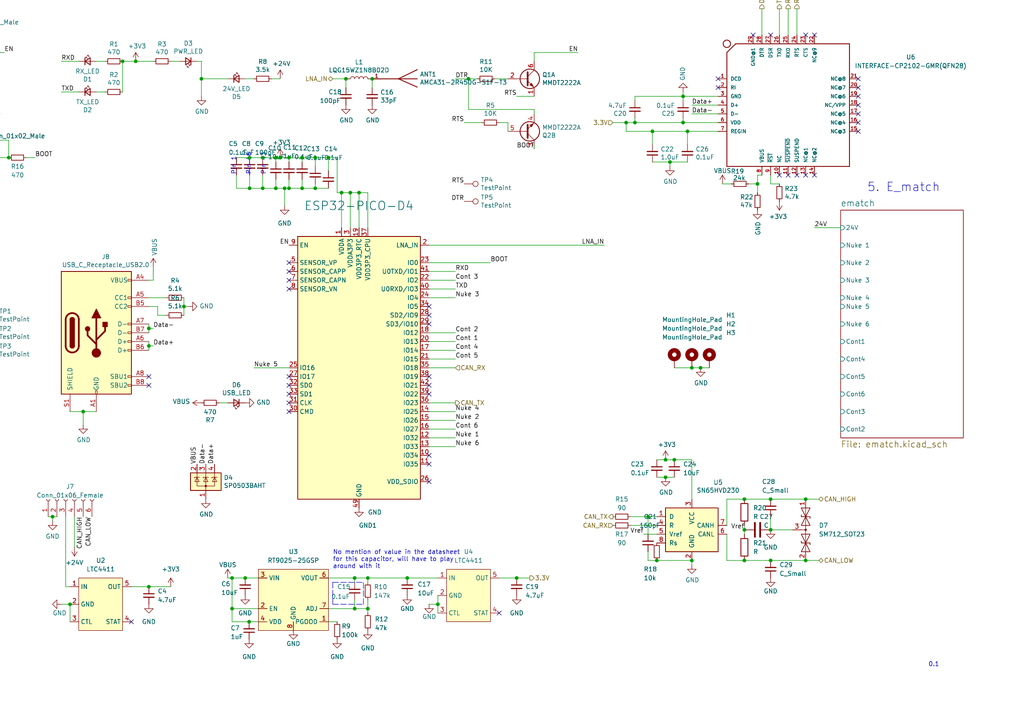
<source format=kicad_sch>
(kicad_sch (version 20211123) (generator eeschema)
  (paper "A4")
  (lib_symbols
    (symbol "Connector:Conn_01x02_Male" (pin_names (offset 1.016) hide)
      (property "Reference" "J" (at 0 2.54 0))
      (property "Value" "Conn_01x02_Male" (at 0 -5.08 0))
      (symbol "Conn_01x02_Male_1_1"
        (pin passive line (at 5.08 0 180) (length 3.81) (name "Pin_1") (number "1"))
        (pin passive line (at 5.08 -2.54 180) (length 3.81) (name "Pin_2") (number "2"))
      )
    )
    (symbol "Connector:Conn_01x06_Female" (pin_names (offset 1.016) hide)
      (property "Reference" "J" (at 0 7.62 0))
      (property "Value" "Conn_01x06_Female" (at 0 -10.16 0))
      (symbol "Conn_01x06_Female_1_1"
        (pin passive line (at -5.08 5.08 0) (length 3.81) (name "Pin_1") (number "1"))
        (pin passive line (at -5.08 2.54 0) (length 3.81) (name "Pin_2") (number "2"))
        (pin passive line (at -5.08 0 0) (length 3.81) (name "Pin_3") (number "3"))
        (pin passive line (at -5.08 -2.54 0) (length 3.81) (name "Pin_4") (number "4"))
        (pin passive line (at -5.08 -5.08 0) (length 3.81) (name "Pin_5") (number "5"))
        (pin passive line (at -5.08 -7.62 0) (length 3.81) (name "Pin_6") (number "6"))
      )
    )
    (symbol "Connector:TestPoint" (pin_numbers hide) (pin_names (offset 0.762) hide)
      (property "Reference" "TP" (at 0 6.858 0))
      (property "Value" "TestPoint" (at 0 5.08 0))
      (symbol "TestPoint_1_1"
        (pin passive line (at 0 0 90) (length 2.54) (name "1") (number "1"))
      )
    )
    (symbol "Connector:USB_C_Receptacle_USB2.0" (pin_names (offset 1.016))
      (property "Reference" "J" (at -10.16 19.05 0))
      (property "Value" "USB_C_Receptacle_USB2.0" (at 19.05 19.05 0))
      (symbol "USB_C_Receptacle_USB2.0_1_1"
        (pin passive line (at 0 -22.86 90) (length 5.08) (name "GND") (number "A1"))
        (pin passive line (at 0 -22.86 90) (length 5.08) hide (name "GND") (number "A12"))
        (pin passive line (at 15.24 15.24 180) (length 5.08) (name "VBUS") (number "A4"))
        (pin bidirectional line (at 15.24 10.16 180) (length 5.08) (name "CC1") (number "A5"))
        (pin bidirectional line (at 15.24 -2.54 180) (length 5.08) (name "D+") (number "A6"))
        (pin bidirectional line (at 15.24 2.54 180) (length 5.08) (name "D-") (number "A7"))
        (pin bidirectional line (at 15.24 -12.7 180) (length 5.08) (name "SBU1") (number "A8"))
        (pin passive line (at 15.24 15.24 180) (length 5.08) hide (name "VBUS") (number "A9"))
        (pin passive line (at 0 -22.86 90) (length 5.08) hide (name "GND") (number "B1"))
        (pin passive line (at 0 -22.86 90) (length 5.08) hide (name "GND") (number "B12"))
        (pin passive line (at 15.24 15.24 180) (length 5.08) hide (name "VBUS") (number "B4"))
        (pin bidirectional line (at 15.24 7.62 180) (length 5.08) (name "CC2") (number "B5"))
        (pin bidirectional line (at 15.24 -5.08 180) (length 5.08) (name "D+") (number "B6"))
        (pin bidirectional line (at 15.24 0 180) (length 5.08) (name "D-") (number "B7"))
        (pin bidirectional line (at 15.24 -15.24 180) (length 5.08) (name "SBU2") (number "B8"))
        (pin passive line (at 15.24 15.24 180) (length 5.08) hide (name "VBUS") (number "B9"))
        (pin passive line (at -7.62 -22.86 90) (length 5.08) (name "SHIELD") (number "S1"))
      )
    )
    (symbol "Device:C" (pin_numbers hide) (pin_names (offset 0.254))
      (property "Reference" "C" (at 0.635 2.54 0))
      (property "Value" "C" (at 0.635 -2.54 0))
      (symbol "C_1_1"
        (pin passive line (at 0 3.81 270) (length 2.794) (name "~") (number "1"))
        (pin passive line (at 0 -3.81 90) (length 2.794) (name "~") (number "2"))
      )
    )
    (symbol "Device:C_Small" (pin_numbers hide) (pin_names (offset 0.254) hide)
      (property "Reference" "C" (at 0.254 1.778 0))
      (property "Value" "C_Small" (at 0.254 -2.032 0))
      (symbol "C_Small_1_1"
        (pin passive line (at 0 2.54 270) (length 2.032) (name "~") (number "1"))
        (pin passive line (at 0 -2.54 90) (length 2.032) (name "~") (number "2"))
      )
    )
    (symbol "Device:L" (pin_numbers hide) (pin_names (offset 1.016) hide)
      (property "Reference" "L" (at -1.27 0 90))
      (property "Value" "L" (at 1.905 0 90))
      (symbol "L_1_1"
        (pin passive line (at 0 3.81 270) (length 1.27) (name "1") (number "1"))
        (pin passive line (at 0 -3.81 90) (length 1.27) (name "2") (number "2"))
      )
    )
    (symbol "Device:LED_Small" (pin_numbers hide) (pin_names (offset 0.254) hide)
      (property "Reference" "D" (at -1.27 3.175 0))
      (property "Value" "LED_Small" (at -4.445 -2.54 0))
      (symbol "LED_Small_1_1"
        (pin passive line (at -2.54 0 0) (length 1.778) (name "K") (number "1"))
        (pin passive line (at 2.54 0 180) (length 1.778) (name "A") (number "2"))
      )
    )
    (symbol "Device:R" (pin_numbers hide) (pin_names (offset 0))
      (property "Reference" "R" (at 2.032 0 90))
      (property "Value" "R" (at 0 0 90))
      (symbol "R_1_1"
        (pin passive line (at 0 3.81 270) (length 1.27) (name "~") (number "1"))
        (pin passive line (at 0 -3.81 90) (length 1.27) (name "~") (number "2"))
      )
    )
    (symbol "Device:R_Small" (pin_numbers hide) (pin_names (offset 0.254) hide)
      (property "Reference" "R" (at 0.762 0.508 0))
      (property "Value" "R_Small" (at 0.762 -1.016 0))
      (symbol "R_Small_1_1"
        (pin passive line (at 0 2.54 270) (length 0.762) (name "~") (number "1"))
        (pin passive line (at 0 -2.54 90) (length 0.762) (name "~") (number "2"))
      )
    )
    (symbol "Diode:SM712_SOT23" (pin_names (offset 1.016) hide)
      (property "Reference" "D" (at 0 4.445 0))
      (property "Value" "SM712_SOT23" (at 0 2.54 0))
      (symbol "SM712_SOT23_1_1"
        (pin passive line (at -8.89 0 0) (length 2.54) (name "A1") (number "1"))
        (pin passive line (at 8.89 0 180) (length 2.54) (name "A2") (number "2"))
        (pin input line (at 0 -3.81 90) (length 2.54) (name "common") (number "3"))
      )
    )
    (symbol "Interface_CAN_LIN:SN65HVD230" (pin_names (offset 1.016))
      (property "Reference" "U" (at -2.54 10.16 0))
      (property "Value" "SN65HVD230" (at -2.54 7.62 0))
      (symbol "SN65HVD230_1_1"
        (pin input line (at -10.16 2.54 0) (length 2.54) (name "D") (number "1"))
        (pin power_in line (at 0 -10.16 90) (length 2.54) (name "GND") (number "2"))
        (pin power_in line (at 0 7.62 270) (length 2.54) (name "VCC") (number "3"))
        (pin output line (at -10.16 0 0) (length 2.54) (name "R") (number "4"))
        (pin output line (at -10.16 -2.54 0) (length 2.54) (name "Vref") (number "5"))
        (pin bidirectional line (at 10.16 -2.54 180) (length 2.54) (name "CANL") (number "6"))
        (pin bidirectional line (at 10.16 0 180) (length 2.54) (name "CANH") (number "7"))
        (pin input line (at -10.16 -5.08 0) (length 2.54) (name "Rs") (number "8"))
      )
    )
    (symbol "Mechanical:MountingHole_Pad" (pin_numbers hide) (pin_names (offset 1.016) hide)
      (property "Reference" "H" (at 0 6.35 0))
      (property "Value" "MountingHole_Pad" (at 0 4.445 0))
      (symbol "MountingHole_Pad_1_1"
        (pin input line (at 0 -2.54 90) (length 2.54) (name "1") (number "1"))
      )
    )
    (symbol "Power_Protection:SP0503BAHT" (pin_names hide)
      (property "Reference" "D" (at 5.715 2.54 0))
      (property "Value" "SP0503BAHT" (at 5.715 0.635 0))
      (symbol "SP0503BAHT_0_0"
        (pin passive line (at 0 -5.08 90) (length 2.54) (name "A") (number "1"))
      )
      (symbol "SP0503BAHT_1_1"
        (pin passive line (at -2.54 5.08 270) (length 2.54) (name "K") (number "2"))
        (pin passive line (at 0 5.08 270) (length 2.54) (name "K") (number "3"))
        (pin passive line (at 2.54 5.08 270) (length 2.54) (name "K") (number "4"))
      )
    )
    (symbol "RF_Module:ESP32-PICO-D4"
      (property "Reference" "U" (at -17.78 39.37 0))
      (property "Value" "ESP32-PICO-D4" (at 3.81 39.37 0))
      (symbol "ESP32-PICO-D4_0_0"
        (pin power_in line (at -5.08 40.64 270) (length 2.54) (name "VDDA") (number "1"))
        (pin input line (at 20.32 -25.4 180) (length 2.54) (name "IO34") (number "10"))
        (pin input line (at 20.32 -27.94 180) (length 2.54) (name "IO35") (number "11"))
        (pin bidirectional line (at 20.32 -20.32 180) (length 2.54) (name "IO32") (number "12"))
        (pin bidirectional line (at 20.32 -22.86 180) (length 2.54) (name "IO33") (number "13"))
        (pin bidirectional line (at 20.32 -12.7 180) (length 2.54) (name "IO25") (number "14"))
        (pin bidirectional line (at 20.32 -15.24 180) (length 2.54) (name "IO26") (number "15"))
        (pin bidirectional line (at 20.32 -17.78 180) (length 2.54) (name "IO27") (number "16"))
        (pin bidirectional line (at 20.32 5.08 180) (length 2.54) (name "IO14") (number "17"))
        (pin bidirectional line (at 20.32 10.16 180) (length 2.54) (name "IO12") (number "18"))
        (pin power_in line (at 0 40.64 270) (length 2.54) (name "VDD3P3_RTC") (number "19"))
        (pin bidirectional line (at 20.32 35.56 180) (length 2.54) (name "LNA_IN") (number "2"))
        (pin bidirectional line (at 20.32 7.62 180) (length 2.54) (name "IO13") (number "20"))
        (pin bidirectional line (at 20.32 2.54 180) (length 2.54) (name "IO15") (number "21"))
        (pin bidirectional line (at 20.32 25.4 180) (length 2.54) (name "IO2") (number "22"))
        (pin bidirectional line (at 20.32 30.48 180) (length 2.54) (name "IO0") (number "23"))
        (pin bidirectional line (at 20.32 20.32 180) (length 2.54) (name "IO4") (number "24"))
        (pin bidirectional line (at -20.32 0 0) (length 2.54) (name "IO16") (number "25"))
        (pin power_out line (at 20.32 -33.02 180) (length 2.54) (name "VDD_SDIO") (number "26"))
        (pin bidirectional line (at -20.32 -2.54 0) (length 2.54) (name "IO17") (number "27"))
        (pin bidirectional line (at 20.32 15.24 180) (length 2.54) (name "SD2/IO9") (number "28"))
        (pin bidirectional line (at 20.32 12.7 180) (length 2.54) (name "SD3/IO10") (number "29"))
        (pin power_in line (at -2.54 40.64 270) (length 2.54) (name "VDDA3P3") (number "3"))
        (pin bidirectional line (at -20.32 -12.7 0) (length 2.54) (name "CMD") (number "30"))
        (pin bidirectional line (at -20.32 -10.16 0) (length 2.54) (name "CLK") (number "31"))
        (pin bidirectional line (at -20.32 -5.08 0) (length 2.54) (name "SD0") (number "32"))
        (pin bidirectional line (at -20.32 -7.62 0) (length 2.54) (name "SD1") (number "33"))
        (pin bidirectional line (at 20.32 17.78 180) (length 2.54) (name "IO5") (number "34"))
        (pin bidirectional line (at 20.32 0 180) (length 2.54) (name "IO18") (number "35"))
        (pin bidirectional line (at 20.32 -10.16 180) (length 2.54) (name "IO23") (number "36"))
        (pin power_in line (at 2.54 40.64 270) (length 2.54) (name "VDD3P3_CPU") (number "37"))
        (pin bidirectional line (at 20.32 -2.54 180) (length 2.54) (name "IO19") (number "38"))
        (pin bidirectional line (at 20.32 -7.62 180) (length 2.54) (name "IO22") (number "39"))
        (pin passive line (at -2.54 40.64 270) (length 2.54) hide (name "VDDA3P3") (number "4"))
        (pin bidirectional line (at 20.32 22.86 180) (length 2.54) (name "U0RXD/IO3") (number "40"))
        (pin bidirectional line (at 20.32 27.94 180) (length 2.54) (name "U0TXD/IO1") (number "41"))
        (pin bidirectional line (at 20.32 -5.08 180) (length 2.54) (name "IO21") (number "42"))
        (pin passive line (at -5.08 40.64 270) (length 2.54) hide (name "VDDA") (number "43"))
        (pin no_connect line (at -17.78 -25.4 0) (length 2.54) hide (name "XTAL_N_NC") (number "44"))
        (pin no_connect line (at -17.78 -27.94 0) (length 2.54) hide (name "XTAL_P_NC") (number "45"))
        (pin passive line (at -5.08 40.64 270) (length 2.54) hide (name "VDDA") (number "46"))
        (pin no_connect line (at -17.78 -30.48 0) (length 2.54) hide (name "CAP2_NC") (number "47"))
        (pin no_connect line (at -17.78 -33.02 0) (length 2.54) hide (name "CAP1_NC") (number "48"))
        (pin power_in line (at 0 -40.64 90) (length 2.54) (name "GND") (number "49"))
        (pin input line (at -20.32 30.48 0) (length 2.54) (name "SENSOR_VP") (number "5"))
        (pin input line (at -20.32 27.94 0) (length 2.54) (name "SENSOR_CAPP") (number "6"))
        (pin input line (at -20.32 25.4 0) (length 2.54) (name "SENSOR_CAPN") (number "7"))
        (pin input line (at -20.32 22.86 0) (length 2.54) (name "SENSOR_VN") (number "8"))
        (pin input line (at -20.32 35.56 0) (length 2.54) (name "EN") (number "9"))
      )
    )
    (symbol "Transistor_BJT:MMDT2222A" (pin_names (offset 0) hide)
      (property "Reference" "Q" (at 5.08 1.27 0))
      (property "Value" "MMDT2222A" (at 5.08 -1.27 0))
      (symbol "MMDT2222A_1_1"
        (pin passive line (at 2.54 -5.08 90) (length 2.54) (name "E1") (number "1"))
        (pin input line (at -5.08 0 0) (length 2.54) (name "B1") (number "2"))
        (pin passive line (at 2.54 5.08 270) (length 2.54) (name "C1") (number "6"))
      )
      (symbol "MMDT2222A_2_1"
        (pin passive line (at 2.54 5.08 270) (length 2.54) (name "C2") (number "3"))
        (pin passive line (at 2.54 -5.08 90) (length 2.54) (name "E2") (number "4"))
        (pin input line (at -5.08 0 0) (length 2.54) (name "B2") (number "5"))
      )
    )
    (symbol "analogue-cache:+3.3V" (power) (pin_names (offset 0))
      (property "Value" "+3.3V" (at 0 3.556 0))
      (symbol "+3.3V_1_1"
        (pin power_in line (at 0 0 90) (length 0) hide (name "+3V3") (number "1"))
      )
    )
    (symbol "iclr:AMCA31-2R450G-S1F-T3" (pin_names (offset 1.016) hide)
      (property "Reference" "ANT" (at 2.794 5.842 0))
      (property "Value" "AMCA31-2R450G-S1F-T3" (at 2.667 3.81 0))
      (symbol "AMCA31-2R450G-S1F-T3_0_0"
        (pin input line (at 0 -5.08 90) (length 2.54) (name "~") (number "1"))
      )
    )
    (symbol "iclr:INTERFACE-CP2102-GMR(QFN28)" (pin_names (offset 1.016))
      (property "Reference" "U" (at -17.8054 20.3454 0))
      (property "Value" "INTERFACE-CP2102-GMR(QFN28)" (at -17.78 -17.78 0))
      (symbol "INTERFACE-CP2102-GMR(QFN28)_0_0"
        (pin bidirectional line (at -20.32 7.62 0) (length 2.54) (name "DCD") (number "1"))
        (pin bidirectional line (at -2.54 -20.32 90) (length 2.54) (name "NC") (number "10"))
        (pin bidirectional line (at 0 -20.32 90) (length 2.54) (name "~{SUSPEND}") (number "11"))
        (pin bidirectional line (at 2.54 -20.32 90) (length 2.54) (name "SUSPEND") (number "12"))
        (pin bidirectional line (at 5.08 -20.32 90) (length 2.54) (name "NC@1") (number "13"))
        (pin bidirectional line (at 7.62 -20.32 90) (length 2.54) (name "NC@2") (number "14"))
        (pin bidirectional line (at 20.32 -7.62 180) (length 2.54) (name "NC@3") (number "15"))
        (pin bidirectional line (at 20.32 -5.08 180) (length 2.54) (name "NC@4") (number "16"))
        (pin bidirectional line (at 20.32 -2.54 180) (length 2.54) (name "NC@5") (number "17"))
        (pin bidirectional line (at 20.32 0 180) (length 2.54) (name "NC/VPP") (number "18"))
        (pin bidirectional line (at 20.32 2.54 180) (length 2.54) (name "NC@6") (number "19"))
        (pin bidirectional line (at -20.32 5.08 0) (length 2.54) (name "RI") (number "2"))
        (pin bidirectional line (at 20.32 5.08 180) (length 2.54) (name "NC@7") (number "20"))
        (pin bidirectional line (at 20.32 7.62 180) (length 2.54) (name "NC@8") (number "21"))
        (pin bidirectional line (at 7.62 20.32 270) (length 2.54) (name "NC@9") (number "22"))
        (pin bidirectional line (at 5.08 20.32 270) (length 2.54) (name "CTS") (number "23"))
        (pin bidirectional line (at 2.54 20.32 270) (length 2.54) (name "RTS") (number "24"))
        (pin bidirectional line (at 0 20.32 270) (length 2.54) (name "RXD") (number "25"))
        (pin bidirectional line (at -2.54 20.32 270) (length 2.54) (name "TXD") (number "26"))
        (pin bidirectional line (at -5.08 20.32 270) (length 2.54) (name "DSR") (number "27"))
        (pin bidirectional line (at -7.62 20.32 270) (length 2.54) (name "DTR") (number "28"))
        (pin bidirectional line (at -10.16 20.32 270) (length 2.54) (name "GND@1") (number "29"))
        (pin bidirectional line (at -20.32 2.54 0) (length 2.54) (name "GND") (number "3"))
        (pin bidirectional line (at -20.32 0 0) (length 2.54) (name "D+") (number "4"))
        (pin bidirectional line (at -20.32 -2.54 0) (length 2.54) (name "D-") (number "5"))
        (pin bidirectional line (at -20.32 -5.08 0) (length 2.54) (name "VDD") (number "6"))
        (pin bidirectional line (at -20.32 -7.62 0) (length 2.54) (name "REGIN") (number "7"))
        (pin bidirectional line (at -7.62 -20.32 90) (length 2.54) (name "VBUS") (number "8"))
        (pin bidirectional line (at -5.08 -20.32 90) (length 2.54) (name "~{RST}") (number "9"))
      )
    )
    (symbol "iclr:LTC4411"
      (property "Reference" "U" (at 0 1.27 0))
      (property "Value" "LTC4411" (at 0 -1.27 0))
      (symbol "LTC4411_1_1"
        (pin power_in line (at -8.89 -5.08 0) (length 2.54) (name "IN") (number "1"))
        (pin output line (at -8.89 -10.16 0) (length 2.54) (name "GND") (number "2"))
        (pin input line (at -8.89 -15.24 0) (length 2.54) (name "CTL") (number "3"))
        (pin input line (at 8.89 -15.24 180) (length 2.54) (name "STAT") (number "4"))
        (pin power_out line (at 8.89 -5.08 180) (length 2.54) (name "OUT") (number "5"))
      )
    )
    (symbol "iclr:RT9025-25GSP"
      (property "Reference" "U" (at 0 7.62 0))
      (property "Value" "RT9025-25GSP" (at 0 5.08 0))
      (symbol "RT9025-25GSP_1_1"
        (pin output line (at 10.16 -13.97 180) (length 2.54) (name "PGOOD") (number "1"))
        (pin input line (at -10.16 -10.16 0) (length 2.54) (name "EN") (number "2"))
        (pin input line (at -10.16 -1.27 0) (length 2.54) (name "VIN") (number "3"))
        (pin input line (at -10.16 -13.97 0) (length 2.54) (name "VDD") (number "4"))
        (pin output line (at 10.16 -1.27 180) (length 2.54) (name "VOUT") (number "6"))
        (pin input line (at 10.16 -10.16 180) (length 2.54) (name "ADJ") (number "7"))
        (pin input line (at 0 -16.51 90) (length 2.54) (name "GND") (number "8"))
      )
    )
    (symbol "power:+24V" (power) (pin_names (offset 0))
      (property "Value" "+24V" (at 0 3.556 0))
      (symbol "+24V_1_1"
        (pin power_in line (at 0 0 90) (length 0) hide (name "+24V") (number "1"))
      )
    )
    (symbol "power:+3.3V" (power) (pin_names (offset 0))
      (property "Value" "+3.3V" (at 0 3.556 0))
      (symbol "+3.3V_1_1"
        (pin power_in line (at 0 0 90) (length 0) hide (name "+3V3") (number "1"))
      )
    )
    (symbol "power:GND" (power) (pin_names (offset 0))
      (property "Value" "GND" (at 0 -3.81 0))
      (symbol "GND_1_1"
        (pin power_in line (at 0 0 270) (length 0) hide (name "GND") (number "1"))
      )
    )
    (symbol "power:VBUS" (power) (pin_names (offset 0))
      (property "Value" "VBUS" (at 0 3.81 0))
      (symbol "VBUS_1_1"
        (pin power_in line (at 0 0 90) (length 0) hide (name "VBUS") (number "1"))
      )
    )
  )
  (junction (at 190.5 162.56))
  (junction (at 219.71 53.34))
  (junction (at 106.68 176.53))
  (junction (at -5.08 15.24))
  (junction (at 15.24 149.86))
  (junction (at -7.62 33.02))
  (junction (at 135.89 22.86))
  (junction (at 102.87 167.64))
  (junction (at 195.58 133.35))
  (junction (at 53.34 88.9))
  (junction (at 200.66 106.68))
  (junction (at 43.18 170.18))
  (junction (at 189.23 38.1))
  (junction (at 72.2578 180.34))
  (junction (at 82.55 54.61))
  (junction (at 2.54 45.72))
  (junction (at 102.87 176.53))
  (junction (at 149.86 167.64))
  (junction (at 58.42 22.86))
  (junction (at 43.18 95.25))
  (junction (at 101.6 55.88))
  (junction (at 233.68 162.56))
  (junction (at 198.12 35.56))
  (junction (at 215.9 162.56))
  (junction (at 99.06 55.88))
  (junction (at 72.39 45.72))
  (junction (at 67.31 167.64))
  (junction (at 200.66 162.56))
  (junction (at 35.56 17.78))
  (junction (at 100.33 22.86))
  (junction (at 80.01 54.61))
  (junction (at 39.37 17.78))
  (junction (at 71.12 167.64))
  (junction (at -22.86 15.24))
  (junction (at 193.04 138.43))
  (junction (at 223.52 162.56))
  (junction (at 127 175.26))
  (junction (at 198.12 27.94))
  (junction (at 223.52 144.78))
  (junction (at 83.82 45.72))
  (junction (at 72.39 54.61))
  (junction (at -15.24 45.72))
  (junction (at 20.32 175.26))
  (junction (at 194.31 46.99))
  (junction (at 91.44 54.61))
  (junction (at 91.44 45.72))
  (junction (at 184.15 35.56))
  (junction (at 104.14 55.88))
  (junction (at 24.13 119.38))
  (junction (at 43.18 100.33))
  (junction (at 106.68 167.64))
  (junction (at 181.61 35.56))
  (junction (at 215.9 144.78))
  (junction (at 203.2 106.68))
  (junction (at 95.25 45.72))
  (junction (at 87.63 54.61))
  (junction (at 187.96 149.86))
  (junction (at 83.82 54.61))
  (junction (at 199.39 38.1))
  (junction (at 67.31 176.53))
  (junction (at 76.2 45.72))
  (junction (at 193.04 133.35))
  (junction (at 233.68 144.78))
  (junction (at 215.9 153.67))
  (junction (at 87.63 45.72))
  (junction (at 81.28 45.72))
  (junction (at 80.01 45.72))
  (junction (at 118.11 167.64))
  (junction (at 107.95 22.86))
  (junction (at 76.2 54.61))
  (junction (at 223.52 153.67))
  (no_connect (at 248.92 25.4))
  (no_connect (at 124.46 91.44))
  (no_connect (at 124.46 93.98))
  (no_connect (at 83.82 83.82))
  (no_connect (at 83.82 81.28))
  (no_connect (at 83.82 78.74))
  (no_connect (at 83.82 76.2))
  (no_connect (at 83.82 111.76))
  (no_connect (at 83.82 114.3))
  (no_connect (at 124.46 134.62))
  (no_connect (at 124.46 132.08))
  (no_connect (at 83.82 116.84))
  (no_connect (at 83.82 119.38))
  (no_connect (at 248.92 27.94))
  (no_connect (at 248.92 35.56))
  (no_connect (at 208.28 25.4))
  (no_connect (at 124.46 111.76))
  (no_connect (at 226.06 50.8))
  (no_connect (at 248.92 38.1))
  (no_connect (at 231.14 50.8))
  (no_connect (at 124.46 88.9))
  (no_connect (at 248.92 30.48))
  (no_connect (at 124.46 114.3))
  (no_connect (at 248.92 33.02))
  (no_connect (at 233.68 50.8))
  (no_connect (at 144.78 177.8))
  (no_connect (at 124.46 139.7))
  (no_connect (at 236.22 50.8))
  (no_connect (at 83.82 109.22))
  (no_connect (at 248.92 22.86))
  (no_connect (at 236.22 10.16))
  (no_connect (at 208.28 22.86))
  (no_connect (at 43.18 109.22))
  (no_connect (at 124.46 109.22))
  (no_connect (at 233.68 10.16))
  (no_connect (at 228.6 50.8))
  (no_connect (at 223.52 10.16))
  (no_connect (at 43.18 111.76))
  (no_connect (at 218.44 10.16))
  (no_connect (at 38.1 180.34))
  (wire (pts (xy 82.55 54.61) (xy 83.82 54.61)))
  (wire (pts (xy 19.05 170.18) (xy 20.32 170.18)))
  (wire (pts (xy 135.89 22.86) (xy 138.43 22.86)))
  (wire (pts (xy 91.44 54.61) (xy 95.25 54.61)))
  (wire (pts (xy 17.78 175.26) (xy 20.32 175.26)))
  (wire (pts (xy 193.04 138.43) (xy 195.58 138.43)))
  (wire (pts (xy 124.46 104.14) (xy 132.08 104.14)))
  (wire (pts (xy 99.06 55.88) (xy 99.06 66.04)))
  (wire (pts (xy 68.58 45.72) (xy 72.39 45.72)))
  (wire (pts (xy 132.08 22.86) (xy 135.89 22.86)))
  (wire (pts (xy 223.52 153.67) (xy 229.87 153.67)))
  (wire (pts (xy 200.66 30.48) (xy 208.28 30.48)))
  (wire (pts (xy 223.52 50.8) (xy 223.52 53.34)))
  (wire (pts (xy 215.9 144.78) (xy 223.52 144.78)))
  (wire (pts (xy 91.44 53.34) (xy 91.44 54.61)))
  (wire (pts (xy 190.5 138.43) (xy 193.04 138.43)))
  (wire (pts (xy 107.95 22.86) (xy 107.95 25.4)))
  (wire (pts (xy 124.46 101.6) (xy 132.08 101.6)))
  (wire (pts (xy 187.96 160.02) (xy 187.96 162.56)))
  (wire (pts (xy 149.86 167.64) (xy 153.67 167.64)))
  (wire (pts (xy 72.2578 180.34) (xy 74.93 180.34)))
  (wire (pts (xy 106.68 176.53) (xy 106.68 177.8)))
  (wire (pts (xy 95.25 45.72) (xy 95.25 49.53)))
  (wire (pts (xy 195.58 133.35) (xy 200.66 133.35)))
  (wire (pts (xy 124.46 83.82) (xy 132.08 83.82)))
  (wire (pts (xy 181.61 38.1) (xy 189.23 38.1)))
  (wire (pts (xy 154.94 41.91) (xy 154.94 43.18)))
  (wire (pts (xy 21.59 158.75) (xy 21.59 149.86)))
  (wire (pts (xy 83.82 52.07) (xy 83.82 54.61)))
  (wire (pts (xy 124.46 99.06) (xy 132.08 99.06)))
  (wire (pts (xy 147.32 35.56) (xy 147.32 38.1)))
  (wire (pts (xy 67.31 167.64) (xy 67.31 176.53)))
  (wire (pts (xy -5.08 40.64) (xy 2.54 40.64)))
  (wire (pts (xy 71.12 22.86) (xy 73.66 22.86)))
  (wire (pts (xy 189.23 46.99) (xy 194.31 46.99)))
  (wire (pts (xy 27.94 26.67) (xy 30.48 26.67)))
  (wire (pts (xy 223.52 162.56) (xy 215.9 162.56)))
  (wire (pts (xy 220.98 10.16) (xy 220.98 2.54)))
  (wire (pts (xy 144.78 35.56) (xy 147.32 35.56)))
  (wire (pts (xy 194.31 46.99) (xy 194.31 48.26)))
  (wire (pts (xy 27.94 17.78) (xy 30.48 17.78)))
  (wire (pts (xy 124.46 129.54) (xy 132.08 129.54)))
  (wire (pts (xy 193.04 133.35) (xy 195.58 133.35)))
  (wire (pts (xy 67.31 176.53) (xy 67.31 180.34)))
  (wire (pts (xy 104.14 55.88) (xy 104.14 66.04)))
  (wire (pts (xy 223.52 149.86) (xy 223.52 153.67)))
  (wire (pts (xy 1.27 15.24) (xy 0 15.24)))
  (wire (pts (xy 101.6 55.88) (xy 101.6 66.04)))
  (wire (pts (xy 68.58 54.61) (xy 72.39 54.61)))
  (wire (pts (xy -22.86 10.16) (xy -22.86 15.24)))
  (wire (pts (xy 203.2 106.68) (xy 200.66 106.68)))
  (wire (pts (xy 135.89 31.75) (xy 154.94 31.75)))
  (wire (pts (xy 76.2 45.72) (xy 80.01 45.72)))
  (wire (pts (xy 181.61 35.56) (xy 184.15 35.56)))
  (wire (pts (xy 198.12 35.56) (xy 184.15 35.56)))
  (wire (pts (xy 190.5 133.35) (xy 193.04 133.35)))
  (wire (pts (xy 200.66 133.35) (xy 200.66 144.78)))
  (wire (pts (xy 83.82 45.72) (xy 87.63 45.72)))
  (wire (pts (xy 124.46 175.26) (xy 127 175.26)))
  (wire (pts (xy 154.94 31.75) (xy 154.94 33.02)))
  (wire (pts (xy 200.66 106.68) (xy 195.58 106.68)))
  (wire (pts (xy -7.62 30.48) (xy -7.62 33.02)))
  (wire (pts (xy 43.18 88.9) (xy 45.72 88.9)))
  (wire (pts (xy -22.86 15.24) (xy -22.86 16.51)))
  (wire (pts (xy 200.66 33.02) (xy 208.28 33.02)))
  (wire (pts (xy 124.46 106.68) (xy 132.08 106.68)))
  (wire (pts (xy -15.24 45.72) (xy -15.24 53.34)))
  (wire (pts (xy 20.32 175.26) (xy 20.32 180.34)))
  (wire (pts (xy 44.45 81.28) (xy 43.18 81.28)))
  (wire (pts (xy 106.68 167.64) (xy 106.68 168.91)))
  (wire (pts (xy -15.24 40.64) (xy -15.24 45.72)))
  (wire (pts (xy 231.14 10.16) (xy 231.14 2.54)))
  (wire (pts (xy 43.18 99.06) (xy 43.18 100.33)))
  (wire (pts (xy 20.32 119.38) (xy 24.13 119.38)))
  (wire (pts (xy 182.88 152.4) (xy 190.5 152.4)))
  (wire (pts (xy 154.94 15.24) (xy 167.64 15.24)))
  (wire (pts (xy 15.24 151.13) (xy 15.24 149.86)))
  (wire (pts (xy 97.79 45.72) (xy 97.79 55.88)))
  (polyline (pts (xy 105.41 175.26) (xy 105.41 168.91)))
  (wire (pts (xy 118.11 167.64) (xy 127 167.64)))
  (wire (pts (xy 91.44 45.72) (xy 91.44 48.26)))
  (wire (pts (xy 38.1 170.18) (xy 43.18 170.18)))
  (wire (pts (xy -12.7 33.02) (xy -7.62 33.02)))
  (wire (pts (xy 124.46 119.38) (xy 132.08 119.38)))
  (wire (pts (xy 124.46 76.2) (xy 142.24 76.2)))
  (wire (pts (xy 24.13 119.38) (xy 24.13 123.19)))
  (wire (pts (xy 223.52 53.34) (xy 226.06 53.34)))
  (wire (pts (xy -12.7 101.6) (xy -5.08 101.6)))
  (wire (pts (xy 10.16 45.72) (xy 7.62 45.72)))
  (wire (pts (xy 106.68 55.88) (xy 104.14 55.88)))
  (wire (pts (xy 226.06 10.16) (xy 226.06 2.54)))
  (wire (pts (xy 124.46 116.84) (xy 132.08 116.84)))
  (wire (pts (xy 102.87 167.64) (xy 102.87 168.91)))
  (wire (pts (xy 58.42 17.78) (xy 58.42 22.86)))
  (wire (pts (xy 217.17 53.34) (xy 219.71 53.34)))
  (wire (pts (xy -12.7 10.16) (xy -5.08 10.16)))
  (wire (pts (xy -15.24 40.64) (xy -7.62 40.64)))
  (wire (pts (xy 99.06 55.88) (xy 101.6 55.88)))
  (wire (pts (xy 97.79 55.88) (xy 99.06 55.88)))
  (wire (pts (xy 233.68 162.56) (xy 237.49 162.56)))
  (wire (pts (xy 187.96 154.94) (xy 187.96 149.86)))
  (wire (pts (xy 83.82 54.61) (xy 87.63 54.61)))
  (wire (pts (xy -16.51 15.24) (xy -22.86 15.24)))
  (wire (pts (xy 43.18 100.33) (xy 43.18 101.6)))
  (wire (pts (xy 181.61 35.56) (xy 181.61 38.1)))
  (wire (pts (xy 127 175.26) (xy 127 177.8)))
  (wire (pts (xy 53.34 91.44) (xy 53.34 88.9)))
  (wire (pts (xy 76.2 54.61) (xy 80.01 54.61)))
  (wire (pts (xy 58.42 22.86) (xy 58.42 27.94)))
  (wire (pts (xy -5.08 15.24) (xy -5.08 10.16)))
  (wire (pts (xy 17.78 26.67) (xy 22.86 26.67)))
  (wire (pts (xy 198.12 35.56) (xy 208.28 35.56)))
  (wire (pts (xy -12.7 96.52) (xy -5.08 96.52)))
  (wire (pts (xy -22.86 10.16) (xy -15.24 10.16)))
  (wire (pts (xy 67.31 176.53) (xy 74.93 176.53)))
  (wire (pts (xy 17.78 17.78) (xy 22.86 17.78)))
  (wire (pts (xy 80.01 54.61) (xy 82.55 54.61)))
  (wire (pts (xy 135.89 22.86) (xy 135.89 31.75)))
  (wire (pts (xy 106.68 167.64) (xy 118.11 167.64)))
  (wire (pts (xy 58.42 17.78) (xy 57.15 17.78)))
  (wire (pts (xy 124.46 81.28) (xy 132.08 81.28)))
  (wire (pts (xy 67.31 180.34) (xy 72.2578 180.34)))
  (wire (pts (xy 186.69 154.94) (xy 190.5 154.94)))
  (wire (pts (xy -8.89 45.72) (xy -15.24 45.72)))
  (wire (pts (xy 44.45 77.47) (xy 44.45 81.28)))
  (wire (pts (xy 147.32 22.86) (xy 143.51 22.86)))
  (wire (pts (xy 39.37 17.78) (xy 44.45 17.78)))
  (wire (pts (xy 219.71 50.8) (xy 220.98 50.8)))
  (wire (pts (xy 219.71 55.88) (xy 219.71 53.34)))
  (wire (pts (xy 95.25 45.72) (xy 97.79 45.72)))
  (wire (pts (xy 102.87 176.53) (xy 106.68 176.53)))
  (wire (pts (xy 210.82 162.56) (xy 215.9 162.56)))
  (wire (pts (xy 209.55 53.34) (xy 212.09 53.34)))
  (wire (pts (xy 81.28 22.86) (xy 78.74 22.86)))
  (wire (pts (xy 124.46 96.52) (xy 132.08 96.52)))
  (wire (pts (xy 199.39 38.1) (xy 208.28 38.1)))
  (wire (pts (xy 198.12 27.94) (xy 198.12 29.21)))
  (wire (pts (xy 190.5 162.56) (xy 200.66 162.56)))
  (wire (pts (xy 134.62 35.56) (xy 139.7 35.56)))
  (wire (pts (xy 66.04 167.64) (xy 67.31 167.64)))
  (wire (pts (xy 68.58 50.8) (xy 68.58 54.61)))
  (wire (pts (xy 15.24 149.86) (xy 16.51 149.86)))
  (wire (pts (xy 124.46 71.12) (xy 175.26 71.12)))
  (wire (pts (xy 49.53 17.78) (xy 52.07 17.78)))
  (wire (pts (xy 189.23 38.1) (xy 199.39 38.1)))
  (wire (pts (xy 200.66 163.83) (xy 200.66 162.56)))
  (wire (pts (xy -3.81 45.72) (xy 2.54 45.72)))
  (wire (pts (xy 43.18 170.18) (xy 49.53 170.18)))
  (wire (pts (xy 19.05 149.86) (xy 19.05 170.18)))
  (wire (pts (xy 228.6 10.16) (xy 228.6 2.54)))
  (wire (pts (xy 198.12 27.94) (xy 208.28 27.94)))
  (wire (pts (xy 100.33 22.86) (xy 100.33 25.4)))
  (wire (pts (xy 71.12 167.64) (xy 74.93 167.64)))
  (wire (pts (xy 43.18 86.36) (xy 48.26 86.36)))
  (wire (pts (xy -15.24 5.08) (xy -15.24 10.16)))
  (wire (pts (xy 43.18 95.25) (xy 43.18 93.98)))
  (wire (pts (xy 0 33.02) (xy -7.62 33.02)))
  (wire (pts (xy 43.18 96.52) (xy 43.18 95.25)))
  (wire (pts (xy 124.46 121.92) (xy 132.08 121.92)))
  (wire (pts (xy 236.22 66.04) (xy 243.84 66.04)))
  (wire (pts (xy 223.52 144.78) (xy 233.68 144.78)))
  (wire (pts (xy 81.28 45.72) (xy 83.82 45.72)))
  (wire (pts (xy 67.31 167.64) (xy 71.12 167.64)))
  (wire (pts (xy 184.15 29.21) (xy 184.15 27.94)))
  (wire (pts (xy 144.78 167.64) (xy 149.86 167.64)))
  (wire (pts (xy 210.82 152.4) (xy 210.82 144.78)))
  (wire (pts (xy 198.12 26.67) (xy 198.12 27.94)))
  (polyline (pts (xy 96.52 168.91) (xy 105.41 168.91)))
  (wire (pts (xy 82.55 54.61) (xy 82.55 59.69)))
  (wire (pts (xy 124.46 86.36) (xy 132.08 86.36)))
  (wire (pts (xy 184.15 34.29) (xy 184.15 35.56)))
  (wire (pts (xy -12.7 5.08) (xy -12.7 10.16)))
  (wire (pts (xy 15.24 149.86) (xy 13.97 149.86)))
  (wire (pts (xy 199.39 41.91) (xy 199.39 38.1)))
  (wire (pts (xy 91.44 45.72) (xy 95.25 45.72)))
  (wire (pts (xy 66.04 116.84) (xy 63.5 116.84)))
  (wire (pts (xy 154.94 15.24) (xy 154.94 17.78)))
  (wire (pts (xy 95.25 180.34) (xy 97.79 180.34)))
  (wire (pts (xy 215.9 153.67) (xy 215.9 154.94)))
  (wire (pts (xy 210.82 154.94) (xy 210.82 162.56)))
  (wire (pts (xy 72.39 50.8) (xy 72.39 54.61)))
  (wire (pts (xy 124.46 127) (xy 132.08 127)))
  (wire (pts (xy 45.72 91.44) (xy 48.26 91.44)))
  (wire (pts (xy 66.04 22.86) (xy 58.42 22.86)))
  (wire (pts (xy 80.01 45.72) (xy 81.28 45.72)))
  (wire (pts (xy 101.6 55.88) (xy 104.14 55.88)))
  (wire (pts (xy 106.68 66.04) (xy 106.68 55.88)))
  (wire (pts (xy 205.74 106.68) (xy 203.2 106.68)))
  (wire (pts (xy 194.31 46.99) (xy 199.39 46.99)))
  (wire (pts (xy 95.25 167.64) (xy 102.87 167.64)))
  (wire (pts (xy 124.46 124.46) (xy 132.08 124.46)))
  (polyline (pts (xy 96.52 175.26) (xy 105.41 175.26)))
  (wire (pts (xy 87.63 45.72) (xy 91.44 45.72)))
  (wire (pts (xy 106.68 173.99) (xy 106.68 176.53)))
  (wire (pts (xy 80.01 45.72) (xy 80.01 46.99)))
  (wire (pts (xy 127 172.72) (xy 127 175.26)))
  (wire (pts (xy 187.96 149.86) (xy 190.5 149.86)))
  (wire (pts (xy 198.12 34.29) (xy 198.12 35.56)))
  (wire (pts (xy 35.56 17.78) (xy 35.56 26.67)))
  (wire (pts (xy -11.43 15.24) (xy -5.08 15.24)))
  (wire (pts (xy 45.72 88.9) (xy 45.72 91.44)))
  (wire (pts (xy -20.32 33.02) (xy -17.78 33.02)))
  (wire (pts (xy 102.87 167.64) (xy 106.68 167.64)))
  (wire (pts (xy 100.33 22.86) (xy 96.52 22.86)))
  (wire (pts (xy 2.54 45.72) (xy 2.54 40.64)))
  (wire (pts (xy 87.63 45.72) (xy 87.63 46.99)))
  (wire (pts (xy 24.13 119.38) (xy 27.94 119.38)))
  (wire (pts (xy 210.82 144.78) (xy 215.9 144.78)))
  (wire (pts (xy 76.2 50.8) (xy 76.2 54.61)))
  (wire (pts (xy 87.63 54.61) (xy 91.44 54.61)))
  (wire (pts (xy 215.9 152.4) (xy 215.9 153.67)))
  (wire (pts (xy 43.18 95.25) (xy 44.45 95.25)))
  (wire (pts (xy 189.23 41.91) (xy 189.23 38.1)))
  (wire (pts (xy 233.68 144.78) (xy 237.49 144.78)))
  (wire (pts (xy 73.66 106.68) (xy 83.82 106.68)))
  (wire (pts (xy 83.82 45.72) (xy 83.82 46.99)))
  (wire (pts (xy 184.15 27.94) (xy 198.12 27.94)))
  (wire (pts (xy 72.39 54.61) (xy 76.2 54.61)))
  (wire (pts (xy 219.71 53.34) (xy 219.71 50.8)))
  (wire (pts (xy 53.34 86.36) (xy 53.34 88.9)))
  (wire (pts (xy 53.34 88.9) (xy 54.61 88.9)))
  (wire (pts (xy 187.96 162.56) (xy 190.5 162.56)))
  (wire (pts (xy 95.25 176.53) (xy 102.87 176.53)))
  (wire (pts (xy 80.01 52.07) (xy 80.01 54.61)))
  (polyline (pts (xy 96.52 168.91) (xy 96.52 175.26)))
  (wire (pts (xy 72.39 45.72) (xy 76.2 45.72)))
  (wire (pts (xy 43.18 100.33) (xy 44.45 100.33)))
  (wire (pts (xy 149.86 27.94) (xy 154.94 27.94)))
  (wire (pts (xy 177.8 35.56) (xy 181.61 35.56)))
  (wire (pts (xy -12.7 91.44) (xy -5.08 91.44)))
  (wire (pts (xy 182.88 149.86) (xy 187.96 149.86)))
  (wire (pts (xy 223.52 162.56) (xy 233.68 162.56)))
  (wire (pts (xy 87.63 52.07) (xy 87.63 54.61)))
  (wire (pts (xy 124.46 78.74) (xy 132.08 78.74)))
  (wire (pts (xy 35.56 17.78) (xy 39.37 17.78)))
  (wire (pts (xy 102.87 173.99) (xy 102.87 176.53)))
  (text "5. E_match" (at 251.46 55.88 0) (effects (font (size 2.5 2.5)) (justify left bottom)))
  (text "Pin 1\n" (at 68.58 50.8 90) (effects (font (size 1.27 1.27)) (justify left bottom)))
  (text "Pin 43\n\n\n" (at 81.28 50.8 90) (effects (font (size 1.27 1.27)) (justify left bottom)))
  (text "No mention of value in the datasheet \nfor this capacitor, will have to play\naround with it\n" (at 96.52 165.1 0) (effects (font (size 1.27 1.27)) (justify left bottom)))
  (text "Pin 46\n\n" (at 74.93 50.8 90) (effects (font (size 1.27 1.27)) (justify left bottom)))
  (text "0.1\n\n" (at 269.24 195.58 0) (effects (font (size 1.27 1.27)) (justify left bottom)))
  (label "BOOT" (at 10.16 45.72 0))
  (label "Data-" (at 59.69 134.62 90))
  (label "CAN_LOW" (at 26.67 149.86 270))
  (label "Data+" (at 200.66 30.48 0))
  (label "Cont 3" (at 132.08 81.28 0))
  (label "RXD" (at 132.08 78.74 0))
  (label "24V" (at 236.22 66.04 0))
  (label "Cont 4" (at 132.08 101.6 0))
  (label "Nuke 2" (at 132.08 121.92 0))
  (label "TXD" (at 132.08 83.82 0))
  (label "EN" (at 1.27 15.24 0))
  (label "Cont 1" (at 132.08 99.06 0))
  (label "TXD" (at 17.78 26.67 0))
  (label "Data+" (at 44.45 100.33 0))
  (label "DTR" (at 134.62 58.42 180))
  (label "VBUS" (at 57.15 134.62 90))
  (label "LNA_IN" (at 175.26 71.12 180))
  (label "Nuke 6" (at 132.08 129.54 0))
  (label "Data+" (at -12.7 96.52 0))
  (label "Cont 6" (at 132.08 124.46 0))
  (label "RTS" (at 134.62 53.34 180))
  (label "Data-" (at 200.66 33.02 0))
  (label "Data-" (at -12.7 91.44 0))
  (label "EN" (at 167.64 15.24 180))
  (label "Cont 5" (at 132.08 104.14 0))
  (label "Vref" (at 186.69 154.94 180))
  (label "Data-" (at 44.45 95.25 0))
  (label "Nuke 3" (at 132.08 86.36 0))
  (label "Cont 2" (at 132.08 96.52 0))
  (label "DTR" (at 132.08 22.86 0))
  (label "EN" (at 0 33.02 180))
  (label "Nuke 5" (at 73.66 106.68 0))
  (label "Vref" (at 215.9 153.67 180))
  (label "RTS" (at 149.86 27.94 180))
  (label "CAN_HIGH" (at 24.13 149.86 270))
  (label "Nuke 4" (at 132.08 119.38 0))
  (label "EN" (at 83.82 71.12 180))
  (label "RXD" (at 17.78 17.78 0))
  (label "RTS" (at 134.62 35.56 180))
  (label "BOOT" (at 154.94 43.18 180))
  (label "Nuke 1" (at 132.08 127 0))
  (label "VBUS" (at -12.7 101.6 0))
  (label "Data+" (at 62.23 134.62 90))
  (label "BOOT" (at 142.24 76.2 0))
  (hierarchical_label "TXD" (shape output) (at 226.06 2.54 90))
  (hierarchical_label "LNA_IN" (shape bidirectional) (at 96.52 22.86 180))
  (hierarchical_label "RTS" (shape output) (at 231.14 2.54 90))
  (hierarchical_label "CAN_RX" (shape input) (at 132.08 106.68 0))
  (hierarchical_label "CAN_RX" (shape input) (at 177.8 152.4 180))
  (hierarchical_label "RXD" (shape output) (at 228.6 2.54 90))
  (hierarchical_label "CAN_TX" (shape output) (at 132.08 116.84 0))
  (hierarchical_label "CAN_TX" (shape output) (at 177.8 149.86 180))
  (hierarchical_label "CAN_HIGH" (shape bidirectional) (at 237.49 144.78 0))
  (hierarchical_label "CAN_LOW" (shape bidirectional) (at 237.49 162.56 0))
  (hierarchical_label "3.3V" (shape input) (at 177.8 35.56 180))
  (hierarchical_label "3.3V" (shape output) (at 153.67 167.64 0))
  (hierarchical_label "DTR" (shape output) (at 220.98 2.54 90))
  (symbol (lib_id "Device:R_Small") (at -7.62 27.94 0) (unit 1)
    (property "Reference" "R14" (at -6.1214 26.7716 0) (effects (justify left)))
    (property "Value" "10K" (at -6.1214 29.083 0) (effects (justify left)))
    (property "Footprint" "Resistor_SMD:R_0603_1608Metric" (effects hide))
  )
  (symbol (lib_id "power:GND") (at -15.24 53.34 0) (unit 1)
    (property "Reference" "#PWR07" (effects hide))
    (property "Value" "GND" (at -15.24 58.42 0))
  )
  (symbol (lib_id "Device:C_Small") (at -6.35 45.72 270) (unit 1)
    (property "Reference" "C3" (at -6.35 39.9034 90))
    (property "Value" "1nF" (at -6.35 42.2148 90))
    (property "Footprint" "Capacitor_SMD:C_0603_1608Metric" (effects hide))
  )
  (symbol (lib_id "Device:R_Small") (at 5.08 45.72 270) (unit 1)
    (property "Reference" "R16" (at 5.08 48.26 90))
    (property "Value" "470" (at 5.08 50.8 90))
    (property "Footprint" "Resistor_SMD:R_0603_1608Metric" (effects hide))
  )
  (symbol (lib_id "power:GND") (at -22.86 16.51 0) (unit 1)
    (property "Reference" "#PWR02" (effects hide))
    (property "Value" "GND" (at -22.733 20.9042 0))
  )
  (symbol (lib_id "Device:C_Small") (at -13.97 15.24 270) (unit 1)
    (property "Reference" "C1" (at -13.97 9.4234 90))
    (property "Value" "1nF" (at -13.97 11.7348 90))
    (property "Footprint" "Capacitor_SMD:C_0603_1608Metric" (effects hide))
  )
  (symbol (lib_id "Device:R_Small") (at -2.54 15.24 270) (unit 1)
    (property "Reference" "R13" (at -2.54 17.78 90))
    (property "Value" "470" (at -2.54 20.32 90))
    (property "Footprint" "Resistor_SMD:R_0603_1608Metric" (effects hide))
  )
  (symbol (lib_id "Device:R_Small") (at 140.97 22.86 270) (unit 1)
    (property "Reference" "R11" (at 140.97 17.8816 90))
    (property "Value" "10K" (at 140.97 20.193 90))
    (property "Footprint" "Resistor_SMD:R_0603_1608Metric" (effects hide))
  )
  (symbol (lib_id "Connector:Conn_01x02_Male") (at -12.7 0 270) (unit 1)
    (property "Reference" "J9" (at -10.16 0 90) (effects (justify left)))
    (property "Value" "Conn_01x02_Male" (at -11.5824 6.4262 90) (effects (justify left)))
    (property "Footprint" "Connector_PinHeader_2.54mm:PinHeader_1x02_P2.54mm_Vertical" (effects hide))
  )
  (symbol (lib_id "Connector:Conn_01x02_Male") (at -5.08 35.56 270) (unit 1)
    (property "Reference" "J10" (at -3.9624 37.1348 90) (effects (justify left)))
    (property "Value" "Conn_01x02_Male" (at -3.9624 39.4462 90) (effects (justify left)))
    (property "Footprint" "Connector_PinHeader_2.54mm:PinHeader_1x02_P2.54mm_Vertical" (effects hide))
  )
  (symbol (lib_id "Transistor_BJT:MMDT2222A") (at 152.4 22.86 0) (unit 1)
    (property "Reference" "Q1" (at 157.226 21.6916 0) (effects (justify left)))
    (property "Value" "MMDT2222A" (at 157.226 24.003 0) (effects (justify left)))
    (property "Footprint" "Package_TO_SOT_SMD:SOT-363_SC-70-6" (effects hide))
    (property "Datasheet" "http://www.diodes.com/_files/datasheets/ds30125.pdf" (effects hide))
  )
  (symbol (lib_id "RF_Module:ESP32-PICO-D4") (at 104.14 106.68 0) (unit 1)
    (property "Reference" "GND1" (at 106.68 152.4 0))
    (property "Value" "ESP32-PICO-D4" (at 104.14 59.69 0) (effects (font (size 2.4892 2.4892))))
    (property "Footprint" "Package_DFN_QFN:QFN-48-1EP_7x7mm_P0.5mm_EP5.3x5.3mm" (effects hide))
    (property "Datasheet" "https://www.espressif.com/sites/default/files/documentation/esp32-pico-d4_datasheet_en.pdf" (effects hide))
  )
  (symbol (lib_id "Device:C_Small") (at 72.39 48.26 0) (unit 1)
    (property "Reference" "C8" (at 70.0905 41.6773 0) (effects (justify left)))
    (property "Value" "1uF" (at 70.0905 44.2173 0) (effects (justify left)))
    (property "Footprint" "Capacitor_SMD:C_0603_1608Metric" (effects hide))
  )
  (symbol (lib_id "power:VBUS") (at 44.45 77.47 0) (unit 1)
    (property "Reference" "#PWR0113" (effects hide))
    (property "Value" "VBUS" (at 44.831 74.2188 90) (effects (justify left)))
  )
  (symbol (lib_id "Device:C_Small") (at 107.95 27.94 0) (unit 1)
    (property "Reference" "C16" (at 110.2868 26.7716 0) (effects (justify left)))
    (property "Value" "33pF" (at 110.2868 29.083 0) (effects (justify left)))
    (property "Footprint" "Capacitor_SMD:C_0603_1608Metric" (effects hide))
  )
  (symbol (lib_id "power:+3.3V") (at 49.53 170.18 0) (unit 1)
    (property "Reference" "#PWR0149" (effects hide))
    (property "Value" "+3.3V" (at 49.53 165.1 0))
  )
  (symbol (lib_id "Device:C_Small") (at 71.12 170.18 180) (unit 1)
    (property "Reference" "C6" (at 64.1511 169.3611 0) (effects (justify right)))
    (property "Value" "10uF" (at 64.1511 171.9011 0) (effects (justify right)))
    (property "Footprint" "Capacitor_SMD:C_0603_1608Metric" (effects hide))
  )
  (symbol (lib_id "iclr:AMCA31-2R450G-S1F-T3") (at 113.03 22.86 270) (unit 1)
    (property "Reference" "ANT1" (at 121.7676 21.5646 90) (effects (justify left)))
    (property "Value" "AMCA31-2R450G-S1F-T3" (at 121.7676 23.876 90) (effects (justify left)))
    (property "Footprint" "iclr:ANT_AMCA31-2R450G-S1F-T3" (effects hide))
    (property "PARTREV" "05.17.2017" (effects hide))
    (property "MANUFACTURER" "ABRACON" (effects hide))
    (property "MAXIMUM_PACKAGE_HEIGHT" "1.4mm" (effects hide))
    (property "STANDARD" "Manufacturer Recommendation" (effects hide))
  )
  (symbol (lib_id "power:GND") (at 85.09 182.88 0) (unit 1)
    (property "Reference" "#PWR0154" (effects hide))
    (property "Value" "GND" (at 85.09 186.69 0))
  )
  (symbol (lib_id "Connector:TestPoint") (at 134.62 58.42 270) (unit 1)
    (property "Reference" "TP5" (at 139.3952 57.2516 90) (effects (justify left)))
    (property "Value" "TestPoint" (at 139.3952 59.563 90) (effects (justify left)))
    (property "Footprint" "TestPoint:TestPoint_THTPad_1.0x1.0mm_Drill0.5mm" (effects hide))
  )
  (symbol (lib_id "Device:LED_Small") (at 68.58 22.86 0) (unit 1)
    (property "Reference" "D5" (at 68.58 28.067 0))
    (property "Value" "24V_LED" (at 68.58 25.7556 0))
    (property "Footprint" "LED_SMD:LED_0603_1608Metric" (effects hide))
  )
  (symbol (lib_id "Connector:TestPoint") (at -5.08 101.6 270) (unit 1)
    (property "Reference" "TP3" (at -0.3048 100.4316 90) (effects (justify left)))
    (property "Value" "TestPoint" (at -0.3048 102.743 90) (effects (justify left)))
    (property "Footprint" "TestPoint:TestPoint_THTPad_1.0x1.0mm_Drill0.5mm" (effects hide))
  )
  (symbol (lib_id "power:+3.3V") (at 226.06 58.42 180) (unit 1)
    (property "Reference" "#PWR0102" (effects hide))
    (property "Value" "+3.3V" (at 225.679 62.8142 0))
  )
  (symbol (lib_id "Device:C_Small") (at 87.63 49.53 0) (unit 1)
    (property "Reference" "C12" (at 85.3305 42.9473 0) (effects (justify left)))
    (property "Value" "0.1uF" (at 85.3305 45.4873 0) (effects (justify left)))
    (property "Footprint" "Capacitor_SMD:C_0603_1608Metric" (effects hide))
  )
  (symbol (lib_id "power:GND") (at 24.13 123.19 0) (unit 1)
    (property "Reference" "#PWR0161" (effects hide))
    (property "Value" "GND" (at 24.257 127.5842 0))
  )
  (symbol (lib_id "Device:C_Small") (at 118.11 170.18 180) (unit 1)
    (property "Reference" "C17" (at 121.0683 169.4854 0) (effects (justify right)))
    (property "Value" "10uF" (at 121.0683 172.0254 0) (effects (justify right)))
    (property "Footprint" "Capacitor_SMD:C_0603_1608Metric" (effects hide))
  )
  (symbol (lib_id "power:GND") (at 72.2578 185.42 0) (unit 1)
    (property "Reference" "#PWR0155" (effects hide))
    (property "Value" "GND" (at 72.2578 190.5 0))
  )
  (symbol (lib_id "Device:R_Small") (at 60.96 116.84 90) (unit 1)
    (property "Reference" "R7" (at 60.96 121.8184 90))
    (property "Value" "470" (at 60.96 119.507 90))
    (property "Footprint" "Resistor_SMD:R_0603_1608Metric" (effects hide))
  )
  (symbol (lib_id "Device:C_Small") (at 195.58 135.89 0) (unit 1)
    (property "Reference" "C24" (at 198.12 134.6262 0) (effects (justify left)))
    (property "Value" "10uF" (at 198.12 137.1662 0) (effects (justify left)))
    (property "Footprint" "Capacitor_SMD:C_0603_1608Metric" (effects hide))
  )
  (symbol (lib_id "Device:C_Small") (at 80.01 49.53 0) (unit 1)
    (property "Reference" "C10" (at 77.7105 42.9473 0) (effects (justify left)))
    (property "Value" "10uF" (at 77.7105 45.4873 0) (effects (justify left)))
    (property "Footprint" "Capacitor_SMD:C_0603_1608Metric" (effects hide))
  )
  (symbol (lib_id "Device:C_Small") (at 198.12 31.75 0) (unit 1)
    (property "Reference" "C25" (at 195.7832 32.9184 0) (effects (justify right)))
    (property "Value" "0.1uF" (at 195.7832 30.607 0) (effects (justify right)))
    (property "Footprint" "Capacitor_SMD:C_0603_1608Metric" (effects hide))
  )
  (symbol (lib_id "power:GND") (at 193.04 138.43 0) (unit 1)
    (property "Reference" "#PWR0104" (effects hide))
    (property "Value" "GND" (at 193.167 142.8242 0))
  )
  (symbol (lib_id "Device:C_Small") (at 68.58 48.26 0) (unit 1)
    (property "Reference" "C5" (at 66.2805 41.6773 0) (effects (justify left)))
    (property "Value" "0.1uF" (at 66.2805 44.2173 0) (effects (justify left)))
    (property "Footprint" "Capacitor_SMD:C_0603_1608Metric" (effects hide))
  )
  (symbol (lib_id "power:GND") (at 104.14 147.32 0) (unit 1)
    (property "Reference" "#PWR0117" (effects hide))
    (property "Value" "GND" (at 106.68 148.5899 0) (effects (justify left)))
  )
  (symbol (lib_id "Connector:TestPoint") (at -5.08 96.52 270) (unit 1)
    (property "Reference" "TP2" (at -0.3048 95.3516 90) (effects (justify left)))
    (property "Value" "TestPoint" (at -0.3048 97.663 90) (effects (justify left)))
    (property "Footprint" "TestPoint:TestPoint_THTPad_1.0x1.0mm_Drill0.5mm" (effects hide))
  )
  (symbol (lib_id "power:+3.3V") (at 193.04 133.35 0) (unit 1)
    (property "Reference" "#PWR0105" (effects hide))
    (property "Value" "+3.3V" (at 193.421 128.9558 0))
  )
  (symbol (lib_id "power:GND") (at 43.18 175.26 0) (unit 1)
    (property "Reference" "#PWR0148" (effects hide))
    (property "Value" "GND" (at 43.18 180.34 0))
  )
  (symbol (lib_id "power:GND") (at 59.69 144.78 0) (unit 1)
    (property "Reference" "#PWR0164" (effects hide))
    (property "Value" "GND" (at 59.817 149.1742 0))
  )
  (symbol (lib_id "Device:R") (at 215.9 158.75 0) (unit 1)
    (property "Reference" "R21" (at 218.44 157.4799 0) (effects (justify left)))
    (property "Value" "R" (at 218.44 160.0199 0) (effects (justify left)))
    (property "Footprint" "Resistor_SMD:R_0603_1608Metric" (effects hide))
  )
  (symbol (lib_id "Device:R_Small") (at 106.68 171.45 0) (unit 1)
    (property "Reference" "R10" (at 108.4367 170.2205 0) (effects (justify left)))
    (property "Value" "147k" (at 108.4367 172.7605 0) (effects (justify left)))
    (property "Footprint" "Resistor_SMD:R_0603_1608Metric" (effects hide))
  )
  (symbol (lib_id "Device:C_Small") (at 223.52 165.1 180) (unit 1)
    (property "Reference" "C29" (at 226.06 163.8235 0) (effects (justify right)))
    (property "Value" "C_Small" (at 226.06 166.3635 0) (effects (justify right)))
    (property "Footprint" "Capacitor_SMD:C_0603_1608Metric" (effects hide))
  )
  (symbol (lib_id "Device:R_Small") (at 50.8 86.36 90) (unit 1)
    (property "Reference" "R4" (at 50.8 81.3816 90))
    (property "Value" "5.1k" (at 50.8 83.693 90))
    (property "Footprint" "Resistor_SMD:R_0603_1608Metric" (effects hide))
  )
  (symbol (lib_id "power:GND") (at 106.68 182.88 0) (unit 1)
    (property "Reference" "#PWR0157" (effects hide))
    (property "Value" "GND" (at 106.68 187.96 0))
  )
  (symbol (lib_id "power:GND") (at 200.66 163.83 0) (unit 1)
    (property "Reference" "#PWR0111" (effects hide))
    (property "Value" "GND" (at 200.787 168.2242 0))
  )
  (symbol (lib_id "power:GND") (at 97.79 185.42 0) (unit 1)
    (property "Reference" "#PWR0156" (effects hide))
    (property "Value" "GND" (at 97.79 190.5 0))
  )
  (symbol (lib_id "Device:C_Small") (at 43.18 172.72 0) (unit 1)
    (property "Reference" "C4" (at 45.72 171.4562 0) (effects (justify left)))
    (property "Value" "4.7uF" (at 45.72 173.9962 0) (effects (justify left)))
    (property "Footprint" "Capacitor_SMD:C_0603_1608Metric" (effects hide))
  )
  (symbol (lib_id "Device:R_Small") (at 50.8 91.44 270) (unit 1)
    (property "Reference" "R6" (at 50.8 86.4616 90))
    (property "Value" "5.1k" (at 50.8 88.773 90))
    (property "Footprint" "Resistor_SMD:R_0603_1608Metric" (effects hide))
  )
  (symbol (lib_id "Device:LED_Small") (at 68.58 116.84 180) (unit 1)
    (property "Reference" "D6" (at 68.58 111.633 0))
    (property "Value" "USB_LED" (at 68.58 113.9444 0))
    (property "Footprint" "LED_SMD:LED_0603_1608Metric" (effects hide))
  )
  (symbol (lib_id "power:GND") (at 71.12 116.84 90) (unit 1)
    (property "Reference" "#PWR0112" (effects hide))
    (property "Value" "GND" (at 74.3712 116.713 90) (effects (justify right)))
  )
  (symbol (lib_id "Device:C_Small") (at 95.25 52.07 0) (unit 1)
    (property "Reference" "C14" (at 93.98 43.18 0) (effects (justify left)))
    (property "Value" "0.1uF" (at 93.98 45.72 0) (effects (justify left)))
    (property "Footprint" "Capacitor_SMD:C_0603_1608Metric" (effects hide))
  )
  (symbol (lib_id "iclr:LTC4411") (at 29.21 165.1 0) (unit 1)
    (property "Reference" "U2" (at 29.21 162.56 0))
    (property "Value" "LTC4411" (at 29.21 165.1 0))
    (property "Footprint" "Package_TO_SOT_SMD:SOT-23-5" (effects hide))
  )
  (symbol (lib_id "Device:C_Small") (at 72.2578 182.88 180) (unit 1)
    (property "Reference" "C7" (at 66.8546 182.1562 0) (effects (justify right)))
    (property "Value" "1uF" (at 66.8546 184.6962 0) (effects (justify right)))
    (property "Footprint" "Capacitor_SMD:C_0603_1608Metric" (effects hide))
  )
  (symbol (lib_id "power:GND") (at 203.2 106.68 0) (unit 1)
    (property "Reference" "#PWR0165" (effects hide))
    (property "Value" "GND" (at 203.327 111.0742 0))
  )
  (symbol (lib_id "power:VBUS") (at 66.04 167.64 0) (unit 1)
    (property "Reference" "#PWR0153" (effects hide))
    (property "Value" "VBUS" (at 63.5 163.83 0) (effects (justify left)))
  )
  (symbol (lib_id "Device:C_Small") (at 189.23 44.45 180) (unit 1)
    (property "Reference" "C22" (at 191.5668 43.2816 0) (effects (justify right)))
    (property "Value" "1.0uF" (at 191.5668 45.593 0) (effects (justify right)))
    (property "Footprint" "Capacitor_SMD:C_0603_1608Metric" (effects hide))
  )
  (symbol (lib_id "power:VBUS") (at 58.42 116.84 90) (unit 1)
    (property "Reference" "#PWR0163" (effects hide))
    (property "Value" "VBUS" (at 55.1688 116.459 90) (effects (justify left)))
  )
  (symbol (lib_id "power:GND") (at 118.11 172.72 0) (unit 1)
    (property "Reference" "#PWR0160" (effects hide))
    (property "Value" "GND" (at 118.11 176.53 0))
  )
  (symbol (lib_id "analogue-cache:+3.3V") (at -7.62 25.4 0) (unit 1)
    (property "Reference" "#PWR0145" (effects hide))
    (property "Value" "+3.3V" (at -7.62 20.32 0))
  )
  (symbol (lib_id "power:GND") (at 223.52 167.64 0) (unit 1)
    (property "Reference" "#PWR0108" (effects hide))
    (property "Value" "GND" (at 223.52 171.45 0))
  )
  (symbol (lib_id "power:GND") (at 71.12 172.72 0) (unit 1)
    (property "Reference" "#PWR0158" (effects hide))
    (property "Value" "GND" (at 71.12 177.8 0))
  )
  (symbol (lib_id "Power_Protection:SP0503BAHT") (at 59.69 139.7 0) (unit 1)
    (property "Reference" "D4" (at 64.897 138.5316 0) (effects (justify left)))
    (property "Value" "SP0503BAHT" (at 64.897 140.843 0) (effects (justify left)))
    (property "Footprint" "Package_TO_SOT_SMD:SOT-143" (effects hide))
    (property "Datasheet" "http://www.littelfuse.com/~/media/files/littelfuse/technical%20resources/documents/data%20sheets/sp05xxba.pdf" (effects hide))
  )
  (symbol (lib_id "Device:C_Small") (at 187.96 157.48 180) (unit 1)
    (property "Reference" "C21" (at 186.69 149.86 0) (effects (justify right)))
    (property "Value" "160pF" (at 185.42 152.4 0) (effects (justify right)))
    (property "Footprint" "Capacitor_SMD:C_0603_1608Metric" (effects hide))
  )
  (symbol (lib_id "Device:C_Small") (at -15.24 33.02 270) (unit 1)
    (property "Reference" "C2" (at -15.24 27.2034 90))
    (property "Value" "0.1uF" (at -15.24 29.5148 90))
    (property "Footprint" "Capacitor_SMD:C_0603_1608Metric" (effects hide))
  )
  (symbol (lib_id "power:GND") (at 107.95 30.48 0) (unit 1)
    (property "Reference" "#PWR0143" (effects hide))
    (property "Value" "GND" (at 108.077 34.8742 0))
  )
  (symbol (lib_id "Device:R_Small") (at 180.34 149.86 90) (unit 1)
    (property "Reference" "R15" (at 180.34 144.78 90))
    (property "Value" "90" (at 180.34 147.32 90))
    (property "Footprint" "Resistor_SMD:R_0603_1608Metric" (effects hide))
  )
  (symbol (lib_id "iclr:RT9025-25GSP") (at 85.09 166.37 0) (unit 1)
    (property "Reference" "U3" (at 85.09 160.02 0))
    (property "Value" "RT9025-25GSP" (at 85.09 162.56 0))
    (property "Footprint" "Package_SO:SOP-8_3.9x4.9mm_P1.27mm" (effects hide))
  )
  (symbol (lib_id "power:+3.3V") (at 39.37 17.78 0) (unit 1)
    (property "Reference" "#PWR0147" (effects hide))
    (property "Value" "+3.3V" (at 39.751 13.3858 0))
  )
  (symbol (lib_id "power:VBUS") (at 209.55 53.34 0) (unit 1)
    (property "Reference" "#PWR0101" (effects hide))
    (property "Value" "VBUS" (at 209.55 49.53 0))
  )
  (symbol (lib_id "Device:R_Small") (at 33.02 26.67 270) (unit 1)
    (property "Reference" "R2" (at 33.02 21.6916 90))
    (property "Value" "470" (at 33.02 24.003 90))
    (property "Footprint" "Resistor_SMD:R_0603_1608Metric" (effects hide))
  )
  (symbol (lib_id "Device:C_Small") (at 83.82 49.53 0) (unit 1)
    (property "Reference" "C11" (at 82.056 42.7423 0) (effects (justify left)))
    (property "Value" "1uF" (at 82.056 45.2823 0) (effects (justify left)))
    (property "Footprint" "Capacitor_SMD:C_0603_1608Metric" (effects hide))
  )
  (symbol (lib_id "Device:R_Small") (at 214.63 53.34 90) (unit 1)
    (property "Reference" "R19" (at 215.8528 49.6904 90) (effects (justify left)))
    (property "Value" "24k" (at 216.2454 51.6073 90) (effects (justify left)))
    (property "Footprint" "Resistor_SMD:R_0603_1608Metric" (effects hide))
  )
  (symbol (lib_id "power:GND") (at 54.61 88.9 90) (unit 1)
    (property "Reference" "#PWR0162" (effects hide))
    (property "Value" "GND" (at 57.8612 88.773 90) (effects (justify right)))
  )
  (symbol (lib_id "Connector:USB_C_Receptacle_USB2.0") (at 27.94 96.52 0) (unit 1)
    (property "Reference" "J8" (at 30.6578 74.4982 0))
    (property "Value" "USB_C_Receptacle_USB2.0" (at 30.6578 76.8096 0))
    (property "Footprint" "Connector_USB:USB_C_Receptacle_GCT_USB4085" (effects hide))
    (property "Datasheet" "https://www.usb.org/sites/default/files/documents/usb_type-c.zip" (effects hide))
  )
  (symbol (lib_id "power:GND") (at 17.78 175.26 270) (unit 1)
    (property "Reference" "#PWR0150" (effects hide))
    (property "Value" "GND" (at 15.24 177.8 90) (effects (justify left)))
  )
  (symbol (lib_id "Interface_CAN_LIN:SN65HVD230") (at 200.66 152.4 0) (unit 1)
    (property "Reference" "U5" (at 208.28 139.9286 0))
    (property "Value" "SN65HVD230" (at 208.28 142.24 0))
    (property "Footprint" "Package_SO:SOIC-8_3.9x4.9mm_P1.27mm" (effects hide))
    (property "Datasheet" "http://www.ti.com/lit/ds/symlink/sn65hvd230.pdf" (effects hide))
  )
  (symbol (lib_id "Device:C_Small") (at 102.87 171.45 180) (unit 1)
    (property "Reference" "C15" (at 97.79 170.18 0) (effects (justify right)))
    (property "Value" "0.1uF" (at 96.0497 173.0178 0) (effects (justify right)))
    (property "Footprint" "Capacitor_SMD:C_0603_1608Metric" (effects hide))
  )
  (symbol (lib_id "power:GND") (at -20.32 33.02 270) (unit 1)
    (property "Reference" "#PWR0116" (effects hide))
    (property "Value" "GND" (at -20.32 30.48 0))
  )
  (symbol (lib_id "Device:LED_Small") (at 25.4 26.67 0) (unit 1)
    (property "Reference" "D2" (at 25.4 31.877 0))
    (property "Value" "TX_LED" (at 25.4 29.5656 0))
    (property "Footprint" "LED_SMD:LED_0603_1608Metric" (effects hide))
  )
  (symbol (lib_id "Diode:SM712_SOT23") (at 233.68 153.67 270) (unit 1)
    (property "Reference" "D7" (at 237.49 152.4 90) (effects (justify left)))
    (property "Value" "SM712_SOT23" (at 237.49 154.94 90) (effects (justify left)))
    (property "Footprint" "Package_TO_SOT_SMD:SOT-23" (effects hide))
    (property "Datasheet" "https://www.littelfuse.com/~/media/electronics/datasheets/tvs_diode_arrays/littelfuse_tvs_diode_array_sm712_datasheet.pdf.pdf" (effects hide))
  )
  (symbol (lib_id "Device:C_Small") (at 190.5 135.89 0) (unit 1)
    (property "Reference" "C23" (at 182.88 134.62 0) (effects (justify left)))
    (property "Value" "0.1uF" (at 182.88 137.16 0) (effects (justify left)))
    (property "Footprint" "Capacitor_SMD:C_0603_1608Metric" (effects hide))
  )
  (symbol (lib_id "power:+3.3V") (at 81.28 45.72 0) (unit 1)
    (property "Reference" "#PWR0115" (effects hide))
    (property "Value" "+3.3V" (at 81.661 41.3258 0))
  )
  (symbol (lib_id "Connector:Conn_01x06_Female") (at 19.05 144.78 90) (unit 1)
    (property "Reference" "J7" (at 20.32 141.131 90))
    (property "Value" "Conn_01x06_Female" (at 20.32 143.6679 90))
    (property "Footprint" "Connector_Molex:Molex_Mini-Fit_Jr_5566-06A_2x03_P4.20mm_Vertical" (effects hide))
  )
  (symbol (lib_id "Transistor_BJT:MMDT2222A") (at 152.4 38.1 0) (mirror x) (unit 2)
    (property "Reference" "Q2" (at 157.226 39.2684 0) (effects (justify left)))
    (property "Value" "MMDT2222A" (at 157.226 36.957 0) (effects (justify left)))
    (property "Footprint" "Package_TO_SOT_SMD:SOT-363_SC-70-6" (effects hide))
    (property "Datasheet" "http://www.diodes.com/_files/datasheets/ds30125.pdf" (effects hide))
  )
  (symbol (lib_id "Device:C_Small") (at 199.39 44.45 180) (unit 1)
    (property "Reference" "C26" (at 201.7268 43.2816 0) (effects (justify right)))
    (property "Value" "0.1uF" (at 201.7268 45.593 0) (effects (justify right)))
    (property "Footprint" "Capacitor_SMD:C_0603_1608Metric" (effects hide))
  )
  (symbol (lib_id "Device:R_Small") (at 76.2 22.86 270) (unit 1)
    (property "Reference" "R8" (at 76.2 17.8816 90))
    (property "Value" "3.5k" (at 76.2 20.193 90))
    (property "Footprint" "Resistor_SMD:R_0603_1608Metric" (effects hide))
  )
  (symbol (lib_id "Device:C_Small") (at 100.33 27.94 0) (unit 1)
    (property "Reference" "C18" (at 95.25 26.67 0) (effects (justify left)))
    (property "Value" "100pF" (at 92.71 29.21 0) (effects (justify left)))
    (property "Footprint" "Capacitor_SMD:C_0603_1608Metric" (effects hide))
  )
  (symbol (lib_id "power:GND") (at 149.86 172.72 0) (unit 1)
    (property "Reference" "#PWR0110" (effects hide))
    (property "Value" "GND" (at 149.86 177.8 0))
  )
  (symbol (lib_id "Connector:TestPoint") (at 134.62 53.34 270) (unit 1)
    (property "Reference" "TP4" (at 139.3952 52.1716 90) (effects (justify left)))
    (property "Value" "TestPoint" (at 139.3952 54.483 90) (effects (justify left)))
    (property "Footprint" "TestPoint:TestPoint_THTPad_1.0x1.0mm_Drill0.5mm" (effects hide))
  )
  (symbol (lib_id "Device:R_Small") (at 46.99 17.78 270) (unit 1)
    (property "Reference" "R3" (at 46.99 12.8016 90))
    (property "Value" "470" (at 46.99 15.113 90))
    (property "Footprint" "Resistor_SMD:R_0603_1608Metric" (effects hide))
  )
  (symbol (lib_id "Device:C") (at 219.71 153.67 90) (unit 1)
    (property "Reference" "C27" (at 222.25 149.86 90))
    (property "Value" "C" (at 222.25 152.4 90))
    (property "Footprint" "Capacitor_SMD:C_0603_1608Metric" (effects hide))
  )
  (symbol (lib_id "Device:LED_Small") (at 54.61 17.78 180) (unit 1)
    (property "Reference" "D3" (at 54.61 12.573 0))
    (property "Value" "PWR_LED" (at 54.61 14.8844 0))
    (property "Footprint" "LED_SMD:LED_0603_1608Metric" (effects hide))
  )
  (symbol (lib_id "Device:C_Small") (at 76.2 48.26 0) (unit 1)
    (property "Reference" "C9" (at 73.9005 41.6773 0) (effects (justify left)))
    (property "Value" "100pF" (at 73.9005 44.2173 0) (effects (justify left)))
    (property "Footprint" "Capacitor_SMD:C_0603_1608Metric" (effects hide))
  )
  (symbol (lib_id "Mechanical:MountingHole_Pad") (at 195.58 104.14 0) (unit 1)
    (property "Reference" "H1" (at 213.36 91.44 0) (effects (justify right)))
    (property "Value" "MountingHole_Pad" (at 209.55 97.79 0) (effects (justify right)))
    (property "Footprint" "MountingHole:MountingHole_3.2mm_M3_DIN965_Pad" (effects hide))
  )
  (symbol (lib_id "Device:R_Small") (at 219.71 58.42 180) (unit 1)
    (property "Reference" "R22" (at 214.63 57.15 0) (effects (justify right)))
    (property "Value" "47k" (at 214.63 59.4614 0) (effects (justify right)))
    (property "Footprint" "Resistor_SMD:R_0603_1608Metric" (effects hide))
  )
  (symbol (lib_id "Mechanical:MountingHole_Pad") (at 205.74 104.14 0) (unit 1)
    (property "Reference" "H3" (at 213.36 96.52 0) (effects (justify right)))
    (property "Value" "MountingHole_Pad" (at 209.55 92.71 0) (effects (justify right)))
    (property "Footprint" "MountingHole:MountingHole_3.2mm_M3_DIN965_Pad" (effects hide))
  )
  (symbol (lib_id "power:GND") (at 58.42 27.94 0) (unit 1)
    (property "Reference" "#PWR0146" (effects hide))
    (property "Value" "GND" (at 58.547 32.3342 0))
  )
  (symbol (lib_id "power:GND") (at 82.55 59.69 0) (unit 1)
    (property "Reference" "#PWR0114" (effects hide))
    (property "Value" "GND" (at 82.55 64.77 0))
  )
  (symbol (lib_id "Device:R") (at 215.9 148.59 0) (unit 1)
    (property "Reference" "R20" (at 218.44 147.3199 0) (effects (justify left)))
    (property "Value" "R" (at 218.44 149.8599 0) (effects (justify left)))
    (property "Footprint" "Resistor_SMD:R_0603_1608Metric" (effects hide))
  )
  (symbol (lib_id "Device:C_Small") (at 184.15 31.75 0) (unit 1)
    (property "Reference" "C20" (at 181.8132 32.9184 0) (effects (justify right)))
    (property "Value" "4.7uF" (at 181.8132 30.607 0) (effects (justify right)))
    (property "Footprint" "Capacitor_SMD:C_0603_1608Metric" (effects hide))
  )
  (symbol (lib_id "Device:R_Small") (at 106.68 180.34 0) (unit 1)
    (property "Reference" "R12" (at 108.694 179.5897 0) (effects (justify left)))
    (property "Value" "47k" (at 108.694 182.1297 0) (effects (justify left)))
    (property "Footprint" "Resistor_SMD:R_0603_1608Metric" (effects hide))
  )
  (symbol (lib_id "Device:R_Small") (at 190.5 160.02 0) (unit 1)
    (property "Reference" "R18" (at 186.69 165.1 0) (effects (justify left)))
    (property "Value" "10k" (at 186.69 167.64 0) (effects (justify left)))
    (property "Footprint" "Resistor_SMD:R_0603_1608Metric" (effects hide))
  )
  (symbol (lib_id "Mechanical:MountingHole_Pad") (at 200.66 104.14 0) (unit 1)
    (property "Reference" "H2" (at 213.36 93.98 0) (effects (justify right)))
    (property "Value" "MountingHole_Pad" (at 209.55 95.25 0) (effects (justify right)))
    (property "Footprint" "MountingHole:MountingHole_3.2mm_M3_DIN965_Pad" (effects hide))
  )
  (symbol (lib_id "power:GND") (at 198.12 26.67 180) (unit 1)
    (property "Reference" "#PWR0106" (effects hide))
    (property "Value" "GND" (at 197.993 23.4188 90) (effects (justify right)))
  )
  (symbol (lib_id "power:+24V") (at 81.28 22.86 0) (unit 1)
    (property "Reference" "#PWR0142" (effects hide))
    (property "Value" "+24V" (at 81.661 18.4658 0))
  )
  (symbol (lib_id "iclr:INTERFACE-CP2102-GMR(QFN28)") (at 228.6 30.48 0) (unit 1)
    (property "Reference" "U6" (at 264.16 16.5606 0))
    (property "Value" "INTERFACE-CP2102-GMR(QFN28)" (at 264.16 19.1006 0))
    (property "Footprint" "iclr:QFN28G_0.5-5X5MM" (effects hide))
    (property "VALUE" "CP2102-GMR-QFN28" (effects hide))
    (property "MPN" "CP2102-GMR" (effects hide))
  )
  (symbol (lib_id "Device:R_Small") (at 33.02 17.78 270) (unit 1)
    (property "Reference" "R1" (at 33.02 12.8016 90))
    (property "Value" "470" (at 33.02 15.113 90))
    (property "Footprint" "Resistor_SMD:R_0603_1608Metric" (effects hide))
  )
  (symbol (lib_id "Device:LED_Small") (at 25.4 17.78 0) (unit 1)
    (property "Reference" "D1" (at 25.4 22.987 0))
    (property "Value" "RX_LED" (at 25.4 20.6756 0))
    (property "Footprint" "LED_SMD:LED_0603_1608Metric" (effects hide))
  )
  (symbol (lib_id "power:GND") (at 100.33 30.48 0) (unit 1)
    (property "Reference" "#PWR0144" (effects hide))
    (property "Value" "GND" (at 100.457 34.8742 0))
  )
  (symbol (lib_id "Device:R_Small") (at 142.24 35.56 270) (unit 1)
    (property "Reference" "R5" (at 142.24 30.5816 90))
    (property "Value" "10K" (at 142.24 32.893 90))
    (property "Footprint" "Resistor_SMD:R_0603_1608Metric" (effects hide))
  )
  (symbol (lib_id "Device:R_Small") (at 226.06 55.88 180) (unit 1)
    (property "Reference" "R23" (at 227.5586 54.7116 0) (effects (justify right)))
    (property "Value" "4.7k" (at 227.5586 57.023 0) (effects (justify right)))
    (property "Footprint" "Resistor_SMD:R_0603_1608Metric" (effects hide))
  )
  (symbol (lib_id "Device:R_Small") (at 180.34 152.4 90) (unit 1)
    (property "Reference" "R17" (at 180.34 154.94 90))
    (property "Value" "90" (at 180.34 157.48 90))
    (property "Footprint" "Resistor_SMD:R_0603_1608Metric" (effects hide))
  )
  (symbol (lib_id "Device:C_Small") (at 91.44 50.8 0) (unit 1)
    (property "Reference" "C13" (at 88.9 43.18 0) (effects (justify left)))
    (property "Value" "0.1uF" (at 88.9 45.72 0) (effects (justify left)))
    (property "Footprint" "Capacitor_SMD:C_0603_1608Metric" (effects hide))
  )
  (symbol (lib_id "Device:R_Small") (at 97.79 182.88 0) (unit 1)
    (property "Reference" "R9" (at 99.06 181.61 0) (effects (justify left)))
    (property "Value" "100k" (at 99.06 184.15 0) (effects (justify left)))
    (property "Footprint" "Resistor_SMD:R_0603_1608Metric" (effects hide))
  )
  (symbol (lib_id "Device:C_Small") (at 149.86 170.18 0) (unit 1)
    (property "Reference" "C19" (at 152.4 170.18 0) (effects (justify left)))
    (property "Value" "4.7uF" (at 152.4 172.72 0) (effects (justify left)))
    (property "Footprint" "Capacitor_SMD:C_0603_1608Metric" (effects hide))
  )
  (symbol (lib_id "Connector:TestPoint") (at -5.08 91.44 270) (unit 1)
    (property "Reference" "TP1" (at -0.3048 90.2716 90) (effects (justify left)))
    (property "Value" "TestPoint" (at -0.3048 92.583 90) (effects (justify left)))
    (property "Footprint" "TestPoint:TestPoint_THTPad_1.0x1.0mm_Drill0.5mm" (effects hide))
  )
  (symbol (lib_id "power:GND") (at 15.24 151.13 0) (unit 1)
    (property "Reference" "#PWR0151" (effects hide))
    (property "Value" "GND" (at 15.24 155.5734 0))
  )
  (symbol (lib_id "power:GND") (at 194.31 48.26 0) (unit 1)
    (property "Reference" "#PWR0107" (effects hide))
    (property "Value" "GND" (at 194.437 52.6542 0))
  )
  (symbol (lib_id "Device:L") (at 104.14 22.86 90) (unit 1)
    (property "Reference" "L1" (at 104.14 18.034 90))
    (property "Value" "LQG15WZ1N8B02D" (at 104.14 20.3454 90))
    (property "Footprint" "Inductor_SMD:L_0603_1608Metric_Pad1.05x0.95mm_HandSolder" (effects hide))
  )
  (symbol (lib_id "power:GND") (at 223.52 153.67 0) (unit 1)
    (property "Reference" "#PWR0109" (effects hide))
    (property "Value" "GND" (at 223.52 158.75 0))
  )
  (symbol (lib_id "iclr:LTC4411") (at 135.89 162.56 0) (unit 1)
    (property "Reference" "U4" (at 135.89 160.02 0))
    (property "Value" "LTC4411" (at 135.89 162.56 0))
    (property "Footprint" "Package_TO_SOT_SMD:SOT-23-5" (effects hide))
  )
  (symbol (lib_id "power:GND") (at 219.71 60.96 0) (unit 1)
    (property "Reference" "#PWR0103" (effects hide))
    (property "Value" "GND" (at 219.837 64.2112 90) (effects (justify right)))
  )
  (symbol (lib_id "Device:C_Small") (at 223.52 147.32 180) (unit 1)
    (property "Reference" "C28" (at 220.98 139.7 0) (effects (justify right)))
    (property "Value" "C_Small" (at 220.98 142.24 0) (effects (justify right)))
    (property "Footprint" "Capacitor_SMD:C_0603_1608Metric" (effects hide))
  )
  (symbol (lib_id "power:GND") (at 124.46 175.26 0) (unit 1)
    (property "Reference" "#PWR0159" (effects hide))
    (property "Value" "GND" (at 122.4583 178.8633 0) (effects (justify left)))
  )
  (symbol (lib_id "power:+24V") (at 21.59 158.75 180) (unit 1)
    (property "Reference" "#PWR0152" (effects hide))
    (property "Value" "+24V" (at 21.59 163.1934 0))
  )
  (sheet (at 243.84 60.96) (size 35.56 66.04)
    (property "Sheet name" "ematch" (at 243.84 59.9817 0) (effects (font (size 1.8034 1.8034)) (justify left bottom)))
    (property "Sheet file" "ematch.kicad_sch" (at 243.84 127.798 0) (effects (font (size 1.8034 1.8034)) (justify left top)))
    (pin "Nuke 3" input (at 243.84 81.28 180))
    (pin "Cont6" input (at 243.84 114.3 180))
    (pin "Nuke 1" input (at 243.84 71.12 180))
    (pin "Nuke 4" input (at 243.84 86.36 180))
    (pin "Nuke 6" input (at 243.84 93.98 180))
    (pin "Nuke 5" input (at 243.84 88.9 180))
    (pin "Nuke 2" input (at 243.84 76.2 180))
    (pin "Cont2" input (at 243.84 124.46 180))
    (pin "Cont4" input (at 243.84 104.14 180))
    (pin "Cont3" input (at 243.84 119.38 180))
    (pin "Cont1" input (at 243.84 99.06 180))
    (pin "Cont5" input (at 243.84 109.22 180))
    (pin "24V" input (at 243.84 66.04 180))
  )
)
</source>
